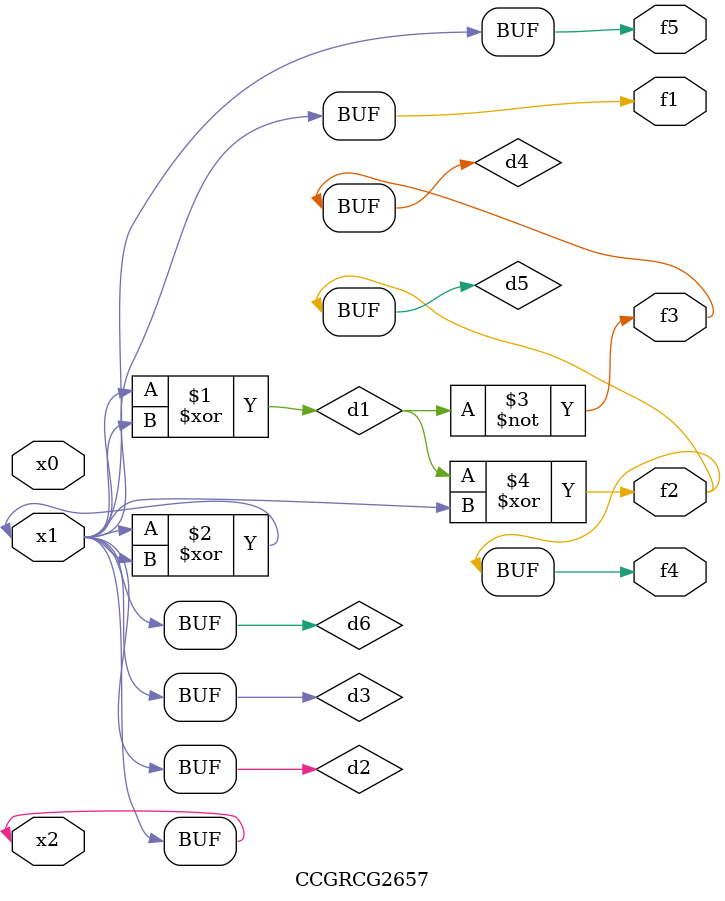
<source format=v>
module CCGRCG2657(
	input x0, x1, x2,
	output f1, f2, f3, f4, f5
);

	wire d1, d2, d3, d4, d5, d6;

	xor (d1, x1, x2);
	buf (d2, x1, x2);
	xor (d3, x1, x2);
	nor (d4, d1);
	xor (d5, d1, d2);
	buf (d6, d2, d3);
	assign f1 = d6;
	assign f2 = d5;
	assign f3 = d4;
	assign f4 = d5;
	assign f5 = d6;
endmodule

</source>
